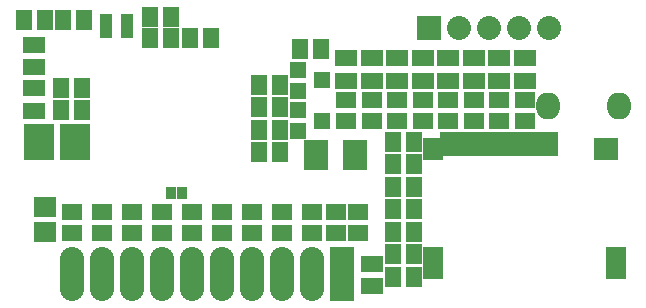
<source format=gts>
G04 (created by PCBNEW-RS274X (2012-01-19 BZR 3256)-stable) date 25/03/2013 01:18:40*
G01*
G70*
G90*
%MOIN*%
G04 Gerber Fmt 3.4, Leading zero omitted, Abs format*
%FSLAX34Y34*%
G04 APERTURE LIST*
%ADD10C,0.006000*%
%ADD11R,0.056000X0.056000*%
%ADD12R,0.075000X0.065000*%
%ADD13R,0.065000X0.055000*%
%ADD14R,0.055000X0.065000*%
%ADD15R,0.080000X0.180000*%
%ADD16O,0.080000X0.180000*%
%ADD17R,0.080000X0.100000*%
%ADD18R,0.075000X0.055000*%
%ADD19R,0.100000X0.060000*%
%ADD20R,0.067200X0.106600*%
%ADD21R,0.083000X0.075100*%
%ADD22R,0.067200X0.075100*%
%ADD23R,0.047600X0.083000*%
%ADD24R,0.080000X0.080000*%
%ADD25C,0.080000*%
%ADD26R,0.043600X0.043600*%
%ADD27O,0.080000X0.090000*%
%ADD28R,0.035700X0.043600*%
G04 APERTURE END LIST*
G54D10*
G54D11*
X89500Y-64450D03*
X89500Y-63750D03*
X90300Y-64100D03*
X89500Y-63100D03*
X89500Y-62400D03*
X90300Y-62750D03*
G54D12*
X81050Y-66975D03*
X81050Y-67825D03*
G54D13*
X93650Y-64100D03*
X93650Y-63400D03*
X92800Y-64100D03*
X92800Y-63400D03*
X91950Y-64100D03*
X91950Y-63400D03*
X91100Y-64100D03*
X91100Y-63400D03*
G54D14*
X93350Y-68550D03*
X92650Y-68550D03*
X93350Y-67800D03*
X92650Y-67800D03*
X93350Y-65550D03*
X92650Y-65550D03*
X93350Y-64800D03*
X92650Y-64800D03*
X93350Y-66300D03*
X92650Y-66300D03*
X93350Y-67050D03*
X92650Y-67050D03*
G54D13*
X91500Y-67150D03*
X91500Y-67850D03*
G54D14*
X85250Y-60650D03*
X84550Y-60650D03*
X85250Y-61350D03*
X84550Y-61350D03*
X86600Y-61350D03*
X85900Y-61350D03*
X82300Y-63000D03*
X81600Y-63000D03*
X88900Y-64400D03*
X88200Y-64400D03*
X88200Y-63650D03*
X88900Y-63650D03*
G54D13*
X90750Y-67850D03*
X90750Y-67150D03*
X85950Y-67850D03*
X85950Y-67150D03*
X83950Y-67850D03*
X83950Y-67150D03*
X84950Y-67850D03*
X84950Y-67150D03*
X86950Y-67850D03*
X86950Y-67150D03*
X87950Y-67850D03*
X87950Y-67150D03*
X88950Y-67850D03*
X88950Y-67150D03*
X89950Y-67850D03*
X89950Y-67150D03*
X82950Y-67850D03*
X82950Y-67150D03*
X81950Y-67850D03*
X81950Y-67150D03*
G54D14*
X88200Y-62900D03*
X88900Y-62900D03*
G54D13*
X97050Y-64100D03*
X97050Y-63400D03*
X96200Y-64100D03*
X96200Y-63400D03*
X95350Y-64100D03*
X95350Y-63400D03*
X94500Y-64100D03*
X94500Y-63400D03*
G54D14*
X89550Y-61700D03*
X90250Y-61700D03*
X92650Y-69300D03*
X93350Y-69300D03*
X81650Y-60750D03*
X82350Y-60750D03*
X81050Y-60750D03*
X80350Y-60750D03*
G54D15*
X90950Y-69200D03*
G54D16*
X89950Y-69200D03*
X88950Y-69200D03*
X87950Y-69200D03*
X86950Y-69200D03*
X85950Y-69200D03*
X84950Y-69200D03*
X83950Y-69200D03*
X82950Y-69200D03*
X81950Y-69200D03*
G54D17*
X90100Y-65250D03*
X91400Y-65250D03*
G54D18*
X80700Y-61575D03*
X80700Y-62325D03*
X80700Y-63025D03*
X80700Y-63775D03*
X91100Y-62775D03*
X91100Y-62025D03*
X91950Y-62775D03*
X91950Y-62025D03*
X92800Y-62775D03*
X92800Y-62025D03*
X93650Y-62775D03*
X93650Y-62025D03*
X94500Y-62775D03*
X94500Y-62025D03*
X95350Y-62775D03*
X95350Y-62025D03*
X96200Y-62775D03*
X96200Y-62025D03*
X97050Y-62775D03*
X97050Y-62025D03*
G54D19*
X80850Y-65100D03*
X82050Y-65100D03*
X82050Y-64500D03*
X80850Y-64500D03*
G54D14*
X82300Y-63750D03*
X81600Y-63750D03*
G54D20*
X93999Y-68838D03*
X100101Y-68838D03*
G54D21*
X99747Y-65059D03*
G54D22*
X93999Y-65059D03*
G54D23*
X94471Y-64862D03*
X94904Y-64862D03*
X95337Y-64862D03*
X95770Y-64862D03*
X96204Y-64862D03*
X96637Y-64862D03*
X97070Y-64862D03*
X97503Y-64862D03*
X97936Y-64862D03*
G54D14*
X88200Y-65150D03*
X88900Y-65150D03*
G54D18*
X91950Y-69625D03*
X91950Y-68875D03*
G54D24*
X93850Y-61000D03*
G54D25*
X94850Y-61000D03*
X95850Y-61000D03*
X96850Y-61000D03*
X97850Y-61000D03*
G54D26*
X83100Y-60750D03*
X83100Y-61150D03*
X83800Y-61150D03*
X83800Y-60750D03*
G54D27*
X97819Y-63600D03*
X100181Y-63600D03*
G54D28*
X85627Y-66500D03*
X85273Y-66500D03*
M02*

</source>
